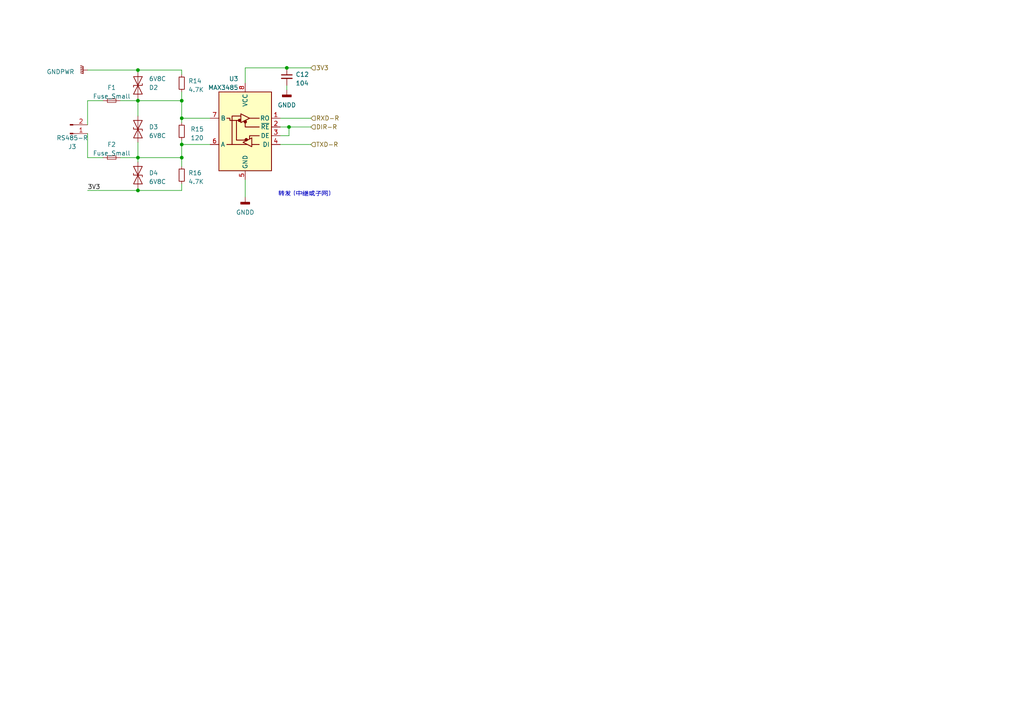
<source format=kicad_sch>
(kicad_sch (version 20230121) (generator eeschema)
  (paper "A4")
  (lib_symbols
    (symbol "Connector:Conn_01x02_Pin" (pin_names (offset 1.016) hide)
      (property "Reference" "J" (at 0 2.54 0))
      (property "Value" "Conn_01x02_Pin" (at 0 -5.08 0))
      (symbol "Conn_01x02_Pin_1_1"
        (polyline (pts (xy 1.27 -2.54) (xy 0.8636 -2.54)) (stroke (width 0.1524)))
        (polyline (pts (xy 1.27 0) (xy 0.8636 0)) (stroke (width 0.1524)))
        (rectangle (start 0.8636 -2.413) (end 0 -2.667) (stroke (width 0.1524)) (fill (type outline)))
        (rectangle (start 0.8636 0.127) (end 0 -0.127) (stroke (width 0.1524)) (fill (type outline)))
        (pin passive line (at 5.08 0 180) (length 3.81) (name "Pin_1") (number "1"))
        (pin passive line (at 5.08 -2.54 180) (length 3.81) (name "Pin_2") (number "2"))
      )
    )
    (symbol "Device:C_Small" (pin_numbers hide) (pin_names (offset 0.254) hide)
      (property "Reference" "C" (at 0.254 1.778 0))
      (property "Value" "C_Small" (at 0.254 -2.032 0))
      (symbol "C_Small_0_1"
        (polyline (pts (xy -1.524 -0.508) (xy 1.524 -0.508)) (stroke (width 0.3302)))
        (polyline (pts (xy -1.524 0.508) (xy 1.524 0.508)) (stroke (width 0.3048)))
      )
      (symbol "C_Small_1_1"
        (pin passive line (at 0 2.54 270) (length 2.032) (name "~") (number "1"))
        (pin passive line (at 0 -2.54 90) (length 2.032) (name "~") (number "2"))
      )
    )
    (symbol "Device:Fuse_Small" (pin_numbers hide) (pin_names (offset 0.254) hide)
      (property "Reference" "F" (at 0 -1.524 0))
      (property "Value" "Fuse_Small" (at 0 1.524 0))
      (symbol "Fuse_Small_0_1"
        (rectangle (start -1.27 0.508) (end 1.27 -0.508))
        (polyline (pts (xy -1.27 0) (xy 1.27 0)))
      )
      (symbol "Fuse_Small_1_1"
        (pin passive line (at -2.54 0 0) (length 1.27) (name "~") (number "1"))
        (pin passive line (at 2.54 0 180) (length 1.27) (name "~") (number "2"))
      )
    )
    (symbol "Device:R_Small" (pin_numbers hide) (pin_names (offset 0.254) hide)
      (property "Reference" "R" (at 0.762 0.508 0))
      (property "Value" "R_Small" (at 0.762 -1.016 0))
      (symbol "R_Small_0_1"
        (rectangle (start -0.762 1.778) (end 0.762 -1.778) (stroke (width 0.2032)))
      )
      (symbol "R_Small_1_1"
        (pin passive line (at 0 2.54 270) (length 0.762) (name "~") (number "1"))
        (pin passive line (at 0 -2.54 90) (length 0.762) (name "~") (number "2"))
      )
    )
    (symbol "Diode:ESD9B5.0ST5G" (pin_numbers hide) (pin_names (offset 1.016) hide)
      (property "Reference" "D" (at 0 2.54 0))
      (property "Value" "ESD9B5.0ST5G" (at 0 -2.54 0))
      (symbol "ESD9B5.0ST5G_0_1"
        (polyline (pts (xy 1.27 0) (xy -1.27 0)))
        (polyline (pts (xy -2.54 -1.27) (xy 0 0) (xy -2.54 1.27) (xy -2.54 -1.27)) (stroke (width 0.2032)))
        (polyline (pts (xy 0.508 1.27) (xy 0 1.27) (xy 0 -1.27) (xy -0.508 -1.27)) (stroke (width 0.2032)))
        (polyline (pts (xy 2.54 1.27) (xy 2.54 -1.27) (xy 0 0) (xy 2.54 1.27)) (stroke (width 0.2032)))
      )
      (symbol "ESD9B5.0ST5G_1_1"
        (pin passive line (at -3.81 0 0) (length 2.54) (name "A1") (number "1"))
        (pin passive line (at 3.81 0 180) (length 2.54) (name "A2") (number "2"))
      )
    )
    (symbol "Interface_UART:MAX3485"
      (property "Reference" "U" (at -6.096 11.43 0))
      (property "Value" "MAX3485" (at 0.762 11.43 0))
      (symbol "MAX3485_0_1"
        (rectangle (start -7.62 10.16) (end 7.62 -12.7) (stroke (width 0.254)) (fill (type background)))
        (circle (center -0.3048 -3.683) (radius 0.3556) (stroke (width 0.254)) (fill (type outline)))
        (circle (center -0.0254 1.4986) (radius 0.3556) (stroke (width 0.254)) (fill (type outline)))
        (polyline (pts (xy -4.064 -5.08) (xy -1.905 -5.08)) (stroke (width 0.254)))
        (polyline (pts (xy -4.064 2.54) (xy -1.27 2.54)) (stroke (width 0.254)))
        (polyline (pts (xy -1.27 -3.2004) (xy -1.27 -3.4544)) (stroke (width 0.254)))
        (polyline (pts (xy -0.635 -5.08) (xy 5.334 -5.08)) (stroke (width 0.254)))
        (polyline (pts (xy -4.064 -2.54) (xy -1.27 -2.54) (xy -1.27 -3.175)) (stroke (width 0.254)))
        (polyline (pts (xy 0 1.27) (xy 0 0) (xy -4.064 0)) (stroke (width 0.254)))
        (polyline (pts (xy 1.27 3.175) (xy 3.81 3.175) (xy 3.81 -5.08)) (stroke (width 0.254)))
        (polyline (pts (xy 2.54 1.905) (xy 2.54 -3.81) (xy 0 -3.81)) (stroke (width 0.254)))
        (polyline (pts (xy -1.905 -3.175) (xy -1.905 -5.715) (xy 0.635 -4.445) (xy -1.905 -3.175)) (stroke (width 0.254)))
        (polyline (pts (xy -1.27 2.54) (xy 1.27 3.81) (xy 1.27 1.27) (xy -1.27 2.54)) (stroke (width 0.254)))
        (polyline (pts (xy 1.905 1.905) (xy 4.445 1.905) (xy 4.445 2.54) (xy 5.334 2.54)) (stroke (width 0.254)))
        (rectangle (start 1.27 3.175) (end 1.27 3.175))
        (circle (center 1.651 1.905) (radius 0.3556) (stroke (width 0.254)) (fill (type outline)))
      )
      (symbol "MAX3485_1_1"
        (pin output line (at -10.16 2.54 0) (length 2.54) (name "RO") (number "1"))
        (pin input line (at -10.16 0 0) (length 2.54) (name "~{RE}") (number "2"))
        (pin input line (at -10.16 -2.54 0) (length 2.54) (name "DE") (number "3"))
        (pin input line (at -10.16 -5.08 0) (length 2.54) (name "DI") (number "4"))
        (pin power_in line (at 0 -15.24 90) (length 2.54) (name "GND") (number "5"))
        (pin bidirectional line (at 10.16 -5.08 180) (length 2.54) (name "A") (number "6"))
        (pin bidirectional line (at 10.16 2.54 180) (length 2.54) (name "B") (number "7"))
        (pin power_in line (at 0 12.7 270) (length 2.54) (name "VCC") (number "8"))
      )
    )
    (symbol "power:GNDD" (power) (pin_names (offset 0))
      (property "Value" "GNDD" (at 0 -3.175 0))
      (symbol "GNDD_0_1"
        (rectangle (start -1.27 -1.524) (end 1.27 -2.032) (stroke (width 0.254)) (fill (type outline)))
        (polyline (pts (xy 0 0) (xy 0 -1.524)))
      )
      (symbol "GNDD_1_1"
        (pin power_in line (at 0 0 270) (length 0) hide (name "GNDD") (number "1"))
      )
    )
    (symbol "power:GNDPWR" (power) (pin_names (offset 0))
      (property "Value" "GNDPWR" (at 0 -3.302 0))
      (symbol "GNDPWR_0_1"
        (polyline (pts (xy 0 -1.27) (xy 0 0)))
        (polyline (pts (xy -1.016 -1.27) (xy -1.27 -2.032) (xy -1.27 -2.032)) (stroke (width 0.2032)))
        (polyline (pts (xy -0.508 -1.27) (xy -0.762 -2.032) (xy -0.762 -2.032)) (stroke (width 0.2032)))
        (polyline (pts (xy 0 -1.27) (xy -0.254 -2.032) (xy -0.254 -2.032)) (stroke (width 0.2032)))
        (polyline (pts (xy 0.508 -1.27) (xy 0.254 -2.032) (xy 0.254 -2.032)) (stroke (width 0.2032)))
        (polyline (pts (xy 1.016 -1.27) (xy -1.016 -1.27) (xy -1.016 -1.27)) (stroke (width 0.2032)))
        (polyline (pts (xy 1.016 -1.27) (xy 0.762 -2.032) (xy 0.762 -2.032) (xy 0.762 -2.032)) (stroke (width 0.2032)))
      )
      (symbol "GNDPWR_1_1"
        (pin power_in line (at 0 0 270) (length 0) hide (name "GNDPWR") (number "1"))
      )
    )
  )
  (junction (at 40.005 29.21))
  (junction (at 83.185 19.685))
  (junction (at 52.705 34.29))
  (junction (at 40.005 55.245))
  (junction (at 52.705 41.91))
  (junction (at 40.005 45.72))
  (junction (at 83.82 36.83))
  (junction (at 52.705 45.72))
  (junction (at 52.705 29.21))
  (junction (at 40.005 20.32))
  (wire (pts (xy 52.705 34.29) (xy 60.96 34.29)))
  (wire (pts (xy 40.005 29.21) (xy 40.005 33.655)))
  (wire (pts (xy 40.005 20.32) (xy 40.005 20.955)))
  (wire (pts (xy 71.12 24.13) (xy 71.12 19.685)))
  (wire (pts (xy 25.4 29.21) (xy 29.845 29.21)))
  (wire (pts (xy 40.005 20.32) (xy 25.4 20.32)))
  (wire (pts (xy 83.82 36.83) (xy 90.17 36.83)))
  (wire (pts (xy 34.925 29.21) (xy 40.005 29.21)))
  (wire (pts (xy 25.4 45.72) (xy 29.845 45.72)))
  (wire (pts (xy 40.005 55.245) (xy 52.705 55.245)))
  (wire (pts (xy 83.82 36.83) (xy 83.82 39.37)))
  (wire (pts (xy 52.705 35.56) (xy 52.705 34.29)))
  (wire (pts (xy 52.705 45.72) (xy 52.705 41.91)))
  (wire (pts (xy 40.005 29.21) (xy 52.705 29.21)))
  (wire (pts (xy 83.185 19.685) (xy 90.17 19.685)))
  (wire (pts (xy 34.925 45.72) (xy 40.005 45.72)))
  (wire (pts (xy 40.005 45.72) (xy 52.705 45.72)))
  (wire (pts (xy 83.185 26.035) (xy 83.185 24.765)))
  (wire (pts (xy 52.705 45.72) (xy 52.705 48.26)))
  (wire (pts (xy 25.4 55.245) (xy 40.005 55.245)))
  (wire (pts (xy 52.705 20.32) (xy 40.005 20.32)))
  (wire (pts (xy 90.17 41.91) (xy 81.28 41.91)))
  (wire (pts (xy 52.705 41.91) (xy 60.96 41.91)))
  (wire (pts (xy 40.005 45.72) (xy 40.005 46.99)))
  (wire (pts (xy 83.82 39.37) (xy 81.28 39.37)))
  (wire (pts (xy 25.4 29.21) (xy 25.4 36.195)))
  (wire (pts (xy 52.705 29.21) (xy 52.705 34.29)))
  (wire (pts (xy 81.28 34.29) (xy 90.17 34.29)))
  (wire (pts (xy 52.705 40.64) (xy 52.705 41.91)))
  (wire (pts (xy 40.005 54.61) (xy 40.005 55.245)))
  (wire (pts (xy 81.28 36.83) (xy 83.82 36.83)))
  (wire (pts (xy 71.12 19.685) (xy 83.185 19.685)))
  (wire (pts (xy 71.12 52.07) (xy 71.12 57.15)))
  (wire (pts (xy 25.4 38.735) (xy 25.4 45.72)))
  (wire (pts (xy 52.705 20.32) (xy 52.705 21.59)))
  (wire (pts (xy 40.005 41.275) (xy 40.005 45.72)))
  (wire (pts (xy 52.705 53.34) (xy 52.705 55.245)))
  (wire (pts (xy 52.705 26.67) (xy 52.705 29.21)))
  (wire (pts (xy 40.005 28.575) (xy 40.005 29.21)))
  (text "转发（中继或子网）" (at 80.645 57.15 0) (effects (font (size 1.27 1.27)) (justify left bottom)))
  (label "3V3" (at 25.4 55.245 0))
  (hierarchical_label "3V3" (shape input) (at 90.17 19.685 0))
  (hierarchical_label "DIR-R" (shape input) (at 90.17 36.83 0))
  (hierarchical_label "TXD-R" (shape input) (at 90.17 41.91 0))
  (hierarchical_label "RXD-R" (shape input) (at 90.17 34.29 0))
  (symbol (lib_id "power:GNDD") (at 83.185 26.035 0) (unit 1)
    (property "Reference" "#PWR013" (effects hide))
    (property "Value" "GNDD" (at 83.185 30.48 0))
    (instances (project "rs485-micro" (path "" (reference "#PWR013") (unit 1))) (project "usb-ctrl" (path "" (reference "#PWR021") (unit 1))))
  )
  (symbol (lib_id "Diode:ESD9B5.0ST5G") (at 40.005 50.8 90) (unit 1)
    (property "Reference" "D4" (at 43.18 50.165 90) (effects (justify right)))
    (property "Value" "6V8C" (at 43.18 52.705 90) (effects (justify right)))
    (property "Footprint" "Diode_SMD:D_SMA" (effects hide))
    (property "Datasheet" "https://www.onsemi.com/pub/Collateral/ESD9B-D.PDF" (effects hide))
    (instances (project "rs485-micro" (path "" (reference "D4") (unit 1))) (project "usb-ctrl" (path "" (reference "D6") (unit 1))))
  )
  (symbol (lib_id "Connector:Conn_01x02_Pin") (at 20.32 38.735 0) (mirror x) (unit 1)
    (property "Reference" "J3" (at 20.955 42.545 0))
    (property "Value" "RS485-R" (at 20.955 40.005 0))
    (property "Footprint" "Connector_Phoenix_MC:PhoenixContact_MC_1,5_2-G-3.5_1x02_P3.50mm_Horizontal" (effects hide))
    (instances (project "led-micro" (path "" (reference "J3") (unit 1))) (project "usb-ctrl" (path "" (reference "J?") (unit 1)) (path "" (reference "J5") (unit 1))))
  )
  (symbol (lib_id "Device:Fuse_Small") (at 32.385 29.21 0) (unit 1)
    (property "Reference" "F1" (at 32.385 25.4 0))
    (property "Value" "Fuse_Small" (at 32.385 27.94 0))
    (property "Footprint" "Fuse:Fuse_1812_4532Metric" (effects hide))
  )
  (symbol (lib_id "Diode:ESD9B5.0ST5G") (at 40.005 24.765 90) (mirror x) (unit 1)
    (property "Reference" "D2" (at 43.18 25.4 90) (effects (justify right)))
    (property "Value" "6V8C" (at 43.18 22.86 90) (effects (justify right)))
    (property "Footprint" "Diode_SMD:D_SMA" (effects hide))
    (property "Datasheet" "https://www.onsemi.com/pub/Collateral/ESD9B-D.PDF" (effects hide))
    (instances (project "rs485-micro" (path "" (reference "D2") (unit 1))) (project "usb-ctrl" (path "" (reference "D4") (unit 1))))
  )
  (symbol (lib_id "Interface_UART:MAX3485") (at 71.12 36.83 0) (mirror y) (unit 1)
    (property "Reference" "U3" (at 69.1641 22.86 0) (effects (justify left)))
    (property "Value" "MAX3485" (at 69.1641 25.4 0) (effects (justify left)))
    (property "Footprint" "Package_SO:SOP-8_3.9x4.9mm_P1.27mm" (effects hide))
    (property "Datasheet" "https://datasheets.maximintegrated.com/en/ds/MAX3483-MAX3491.pdf" (effects hide))
    (instances (project "rs485-micro" (path "" (reference "U3") (unit 1))) (project "usb-ctrl" (path "" (reference "U6") (unit 1))))
  )
  (symbol (lib_id "Device:R_Small") (at 52.705 38.1 0) (unit 1)
    (property "Reference" "R15" (at 55.245 37.465 0) (effects (justify left)))
    (property "Value" "120" (at 55.245 40.005 0) (effects (justify left)))
    (property "Footprint" "Resistor_SMD:R_0603_1608Metric" (effects hide))
    (instances (project "rs485-micro" (path "" (reference "R15") (unit 1))) (project "usb-ctrl" (path "" (reference "R23") (unit 1))))
  )
  (symbol (lib_id "Diode:ESD9B5.0ST5G") (at 40.005 37.465 90) (unit 1)
    (property "Reference" "D3" (at 43.18 36.83 90) (effects (justify right)))
    (property "Value" "6V8C" (at 43.18 39.37 90) (effects (justify right)))
    (property "Footprint" "Diode_SMD:D_SMA" (effects hide))
    (property "Datasheet" "https://www.onsemi.com/pub/Collateral/ESD9B-D.PDF" (effects hide))
    (instances (project "rs485-micro" (path "" (reference "D3") (unit 1))) (project "usb-ctrl" (path "" (reference "D5") (unit 1))))
  )
  (symbol (lib_id "Device:C_Small") (at 83.185 22.225 0) (unit 1)
    (property "Reference" "C12" (at 85.725 21.5963 0) (effects (justify left)))
    (property "Value" "104" (at 85.725 24.1363 0) (effects (justify left)))
    (property "Footprint" "Capacitor_SMD:C_0603_1608Metric" (effects hide))
    (instances (project "rs485-micro" (path "" (reference "C12") (unit 1))) (project "usb-ctrl" (path "" (reference "C24") (unit 1))))
  )
  (symbol (lib_id "Device:R_Small") (at 52.705 50.8 0) (unit 1)
    (property "Reference" "R16" (at 54.61 50.165 0) (effects (justify left)))
    (property "Value" "4.7K" (at 54.61 52.705 0) (effects (justify left)))
    (property "Footprint" "Resistor_SMD:R_0603_1608Metric" (effects hide))
    (instances (project "rs485-micro" (path "" (reference "R16") (unit 1))) (project "usb-ctrl" (path "" (reference "R24") (unit 1))))
  )
  (symbol (lib_id "Device:Fuse_Small") (at 32.385 45.72 0) (unit 1)
    (property "Reference" "F2" (at 32.385 41.91 0))
    (property "Value" "Fuse_Small" (at 32.385 44.45 0))
    (property "Footprint" "Fuse:Fuse_1812_4532Metric" (effects hide))
  )
  (symbol (lib_id "power:GNDD") (at 71.12 57.15 0) (unit 1)
    (property "Reference" "#PWR012" (effects hide))
    (property "Value" "GNDD" (at 71.12 61.595 0))
    (instances (project "rs485-micro" (path "" (reference "#PWR012") (unit 1))) (project "usb-ctrl" (path "" (reference "#PWR020") (unit 1))))
  )
  (symbol (lib_id "Device:R_Small") (at 52.705 24.13 0) (unit 1)
    (property "Reference" "R14" (at 54.61 23.495 0) (effects (justify left)))
    (property "Value" "4.7K" (at 54.61 26.035 0) (effects (justify left)))
    (property "Footprint" "Resistor_SMD:R_0603_1608Metric" (effects hide))
    (instances (project "rs485-micro" (path "" (reference "R14") (unit 1))) (project "usb-ctrl" (path "" (reference "R22") (unit 1))))
  )
  (symbol (lib_id "power:GNDPWR") (at 25.4 20.32 270) (unit 1)
    (property "Reference" "#PWR019" (effects hide))
    (property "Value" "GNDPWR" (at 21.59 20.828 90) (effects (justify right)))
  )
)
</source>
